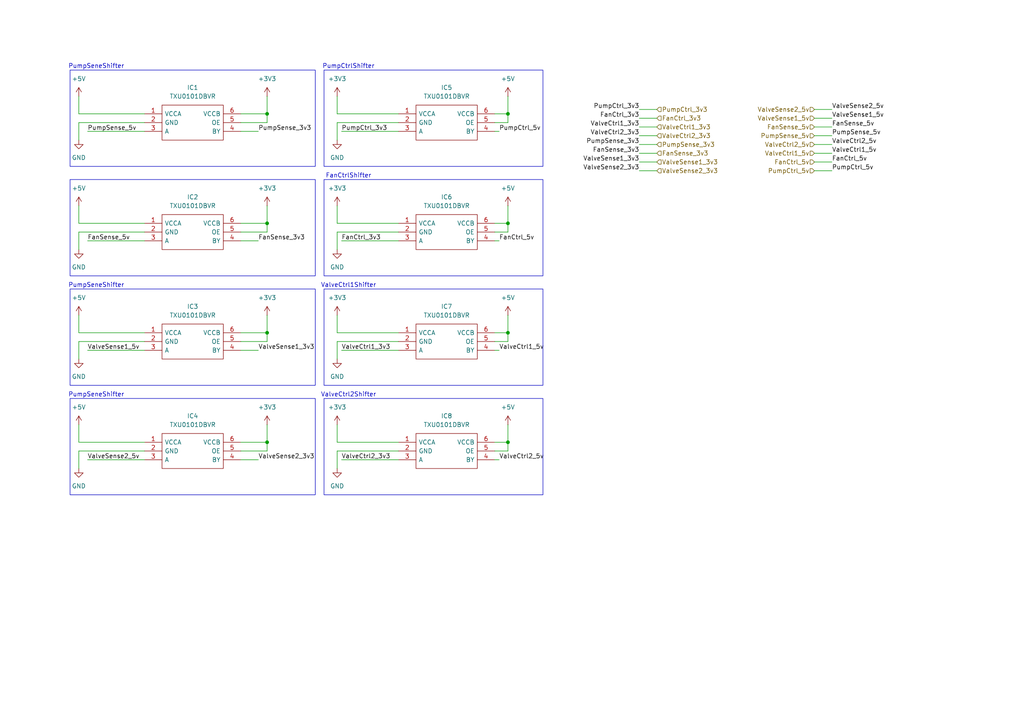
<source format=kicad_sch>
(kicad_sch (version 20231120) (generator "eeschema") (generator_version "8.0")
  (paper "A4")
  (lib_symbols
    (symbol "custom_symbols:TXU0101DBVR" (pin_names (offset 0.762))
      (property "Reference" "IC" (at 24.13 7.62 0))
      (property "Value" "TXU0101DBVR" (at 24.13 5.08 0))
      (symbol "TXU0101DBVR_0_0"
        (pin passive line (at 0 0 0) (length 5.08) (name "VCCA") (number "1"))
        (pin passive line (at 0 -2.54 0) (length 5.08) (name "GND") (number "2"))
        (pin passive line (at 0 -5.08 0) (length 5.08) (name "A") (number "3"))
        (pin passive line (at 27.94 -5.08 180) (length 5.08) (name "BY") (number "4"))
        (pin passive line (at 27.94 -2.54 180) (length 5.08) (name "OE") (number "5"))
        (pin passive line (at 27.94 0 180) (length 5.08) (name "VCCB") (number "6"))
      )
      (symbol "TXU0101DBVR_0_1"
        (polyline (pts (xy 5.08 2.54) (xy 22.86 2.54) (xy 22.86 -7.62) (xy 5.08 -7.62) (xy 5.08 2.54)) (stroke (width 0.1524)))
      )
    )
    (symbol "power:+3V3" (power) (pin_numbers hide) (pin_names (offset 0) hide)
      (property "Value" "+3V3" (at 0 3.556 0))
      (symbol "+3V3_0_1"
        (polyline (pts (xy -0.762 1.27) (xy 0 2.54)))
        (polyline (pts (xy 0 0) (xy 0 2.54)))
        (polyline (pts (xy 0 2.54) (xy 0.762 1.27)))
      )
      (symbol "+3V3_1_1"
        (pin power_in line (at 0 0 90) (length 0) (name "~") (number "1"))
      )
    )
    (symbol "power:+5V" (power) (pin_numbers hide) (pin_names (offset 0) hide)
      (property "Value" "+5V" (at 0 3.556 0))
      (symbol "+5V_0_1"
        (polyline (pts (xy -0.762 1.27) (xy 0 2.54)))
        (polyline (pts (xy 0 0) (xy 0 2.54)))
        (polyline (pts (xy 0 2.54) (xy 0.762 1.27)))
      )
      (symbol "+5V_1_1"
        (pin power_in line (at 0 0 90) (length 0) (name "~") (number "1"))
      )
    )
    (symbol "power:GND" (power) (pin_numbers hide) (pin_names (offset 0) hide)
      (property "Value" "GND" (at 0 -3.81 0))
      (symbol "GND_0_1"
        (polyline (pts (xy 0 0) (xy 0 -1.27) (xy 1.27 -1.27) (xy 0 -2.54) (xy -1.27 -1.27) (xy 0 -1.27)))
      )
      (symbol "GND_1_1"
        (pin power_in line (at 0 0 270) (length 0) (name "~") (number "1"))
      )
    )
  )
  (junction (at 77.47 33.02))
  (junction (at 147.32 128.27))
  (junction (at 77.47 128.27))
  (junction (at 77.47 64.77))
  (junction (at 147.32 33.02))
  (junction (at 77.47 96.52))
  (junction (at 147.32 64.77))
  (junction (at 147.32 96.52))
  (wire (pts (xy 99.06 69.85) (xy 115.57 69.85)))
  (wire (pts (xy 185.42 39.37) (xy 190.5 39.37)))
  (wire (pts (xy 236.22 49.53) (xy 241.3 49.53)))
  (wire (pts (xy 99.06 101.6) (xy 115.57 101.6)))
  (wire (pts (xy 22.86 33.02) (xy 22.86 27.94)))
  (wire (pts (xy 22.86 67.31) (xy 41.91 67.31)))
  (wire (pts (xy 236.22 41.91) (xy 241.3 41.91)))
  (wire (pts (xy 236.22 44.45) (xy 241.3 44.45)))
  (wire (pts (xy 99.06 133.35) (xy 115.57 133.35)))
  (wire (pts (xy 97.79 67.31) (xy 115.57 67.31)))
  (wire (pts (xy 69.85 96.52) (xy 77.47 96.52)))
  (wire (pts (xy 97.79 99.06) (xy 115.57 99.06)))
  (wire (pts (xy 185.42 34.29) (xy 190.5 34.29)))
  (wire (pts (xy 22.86 96.52) (xy 22.86 91.44)))
  (wire (pts (xy 69.85 64.77) (xy 77.47 64.77)))
  (wire (pts (xy 185.42 31.75) (xy 190.5 31.75)))
  (wire (pts (xy 97.79 130.81) (xy 97.79 135.89)))
  (wire (pts (xy 22.86 130.81) (xy 41.91 130.81)))
  (wire (pts (xy 97.79 96.52) (xy 97.79 91.44)))
  (wire (pts (xy 77.47 123.19) (xy 77.47 128.27)))
  (wire (pts (xy 185.42 49.53) (xy 190.5 49.53)))
  (wire (pts (xy 22.86 67.31) (xy 22.86 72.39)))
  (wire (pts (xy 97.79 96.52) (xy 115.57 96.52)))
  (wire (pts (xy 97.79 35.56) (xy 115.57 35.56)))
  (wire (pts (xy 22.86 33.02) (xy 41.91 33.02)))
  (wire (pts (xy 143.51 130.81) (xy 147.32 130.81)))
  (wire (pts (xy 97.79 99.06) (xy 97.79 104.14)))
  (wire (pts (xy 22.86 64.77) (xy 41.91 64.77)))
  (wire (pts (xy 77.47 67.31) (xy 77.47 64.77)))
  (wire (pts (xy 69.85 130.81) (xy 77.47 130.81)))
  (wire (pts (xy 69.85 133.35) (xy 74.93 133.35)))
  (wire (pts (xy 143.51 99.06) (xy 147.32 99.06)))
  (wire (pts (xy 147.32 99.06) (xy 147.32 96.52)))
  (wire (pts (xy 77.47 91.44) (xy 77.47 96.52)))
  (wire (pts (xy 69.85 35.56) (xy 77.47 35.56)))
  (wire (pts (xy 69.85 128.27) (xy 77.47 128.27)))
  (wire (pts (xy 97.79 67.31) (xy 97.79 72.39)))
  (wire (pts (xy 69.85 69.85) (xy 74.93 69.85)))
  (wire (pts (xy 97.79 128.27) (xy 115.57 128.27)))
  (wire (pts (xy 143.51 101.6) (xy 144.78 101.6)))
  (wire (pts (xy 97.79 33.02) (xy 97.79 27.94)))
  (wire (pts (xy 77.47 27.94) (xy 77.47 33.02)))
  (wire (pts (xy 25.4 133.35) (xy 41.91 133.35)))
  (wire (pts (xy 97.79 64.77) (xy 115.57 64.77)))
  (wire (pts (xy 143.51 38.1) (xy 144.78 38.1)))
  (wire (pts (xy 69.85 67.31) (xy 77.47 67.31)))
  (wire (pts (xy 236.22 34.29) (xy 241.3 34.29)))
  (wire (pts (xy 143.51 69.85) (xy 144.78 69.85)))
  (wire (pts (xy 147.32 123.19) (xy 147.32 128.27)))
  (wire (pts (xy 236.22 39.37) (xy 241.3 39.37)))
  (wire (pts (xy 25.4 101.6) (xy 41.91 101.6)))
  (wire (pts (xy 25.4 69.85) (xy 41.91 69.85)))
  (wire (pts (xy 97.79 33.02) (xy 115.57 33.02)))
  (wire (pts (xy 22.86 96.52) (xy 41.91 96.52)))
  (wire (pts (xy 185.42 41.91) (xy 190.5 41.91)))
  (wire (pts (xy 147.32 27.94) (xy 147.32 33.02)))
  (wire (pts (xy 147.32 35.56) (xy 147.32 33.02)))
  (wire (pts (xy 22.86 128.27) (xy 41.91 128.27)))
  (wire (pts (xy 236.22 36.83) (xy 241.3 36.83)))
  (wire (pts (xy 69.85 38.1) (xy 74.93 38.1)))
  (wire (pts (xy 25.4 38.1) (xy 41.91 38.1)))
  (wire (pts (xy 69.85 33.02) (xy 77.47 33.02)))
  (wire (pts (xy 143.51 33.02) (xy 147.32 33.02)))
  (wire (pts (xy 69.85 101.6) (xy 74.93 101.6)))
  (wire (pts (xy 143.51 133.35) (xy 144.78 133.35)))
  (wire (pts (xy 97.79 35.56) (xy 97.79 40.64)))
  (wire (pts (xy 143.51 35.56) (xy 147.32 35.56)))
  (wire (pts (xy 69.85 99.06) (xy 77.47 99.06)))
  (wire (pts (xy 22.86 35.56) (xy 22.86 40.64)))
  (wire (pts (xy 143.51 67.31) (xy 147.32 67.31)))
  (wire (pts (xy 147.32 67.31) (xy 147.32 64.77)))
  (wire (pts (xy 147.32 130.81) (xy 147.32 128.27)))
  (wire (pts (xy 77.47 99.06) (xy 77.47 96.52)))
  (wire (pts (xy 97.79 64.77) (xy 97.79 59.69)))
  (wire (pts (xy 236.22 31.75) (xy 241.3 31.75)))
  (wire (pts (xy 22.86 99.06) (xy 22.86 104.14)))
  (wire (pts (xy 22.86 64.77) (xy 22.86 59.69)))
  (wire (pts (xy 143.51 128.27) (xy 147.32 128.27)))
  (wire (pts (xy 22.86 35.56) (xy 41.91 35.56)))
  (wire (pts (xy 22.86 99.06) (xy 41.91 99.06)))
  (wire (pts (xy 97.79 128.27) (xy 97.79 123.19)))
  (wire (pts (xy 147.32 59.69) (xy 147.32 64.77)))
  (wire (pts (xy 143.51 96.52) (xy 147.32 96.52)))
  (wire (pts (xy 143.51 64.77) (xy 147.32 64.77)))
  (wire (pts (xy 97.79 130.81) (xy 115.57 130.81)))
  (wire (pts (xy 77.47 35.56) (xy 77.47 33.02)))
  (wire (pts (xy 185.42 44.45) (xy 190.5 44.45)))
  (wire (pts (xy 99.06 38.1) (xy 115.57 38.1)))
  (wire (pts (xy 77.47 130.81) (xy 77.47 128.27)))
  (wire (pts (xy 22.86 130.81) (xy 22.86 135.89)))
  (wire (pts (xy 185.42 36.83) (xy 190.5 36.83)))
  (wire (pts (xy 147.32 91.44) (xy 147.32 96.52)))
  (wire (pts (xy 185.42 46.99) (xy 190.5 46.99)))
  (wire (pts (xy 22.86 128.27) (xy 22.86 123.19)))
  (wire (pts (xy 236.22 46.99) (xy 241.3 46.99)))
  (wire (pts (xy 77.47 59.69) (xy 77.47 64.77)))
  (rectangle (start 93.98 20.32) (end 157.48 48.26))
  (rectangle (start 20.32 83.82) (end 91.44 111.76))
  (rectangle (start 93.98 115.57) (end 157.48 143.51))
  (rectangle (start 20.32 52.07) (end 91.44 80.01))
  (rectangle (start 93.98 83.82) (end 157.48 111.76))
  (rectangle (start 20.32 115.57) (end 91.44 143.51))
  (rectangle (start 93.98 52.07) (end 157.48 80.01))
  (rectangle (start 20.32 20.32) (end 91.44 48.26))
  (text "PumpSeneShifter" (at 27.94 82.804 0) (effects (font (size 1.27 1.27))))
  (text "PumpCtrlShifter" (at 101.092 19.304 0) (effects (font (size 1.27 1.27))))
  (text "ValveCtrl2Shifter" (at 101.092 114.554 0) (effects (font (size 1.27 1.27))))
  (text "PumpSeneShifter" (at 27.94 114.554 0) (effects (font (size 1.27 1.27))))
  (text "FanCtrlShifter" (at 101.092 51.054 0) (effects (font (size 1.27 1.27))))
  (text "PumpSeneShifter" (at 27.94 19.304 0) (effects (font (size 1.27 1.27))))
  (text "ValveCtrl1Shifter" (at 101.092 82.804 0) (effects (font (size 1.27 1.27))))
  (label "ValveSense1_5v" (at 25.4 101.6 0))
  (label "ValveSense2_5v" (at 241.3 31.75 0))
  (label "PumpSense_3v3" (at 74.93 38.1 0))
  (label "ValveCtrl2_5v" (at 144.78 133.35 0))
  (label "ValveCtrl1_3v3" (at 185.42 36.83 180))
  (label "PumpSense_3v3" (at 185.42 41.91 180))
  (label "PumpSense_5v" (at 241.3 39.37 0))
  (label "FanSense_5v" (at 25.4 69.85 0))
  (label "FanCtrl_3v3" (at 185.42 34.29 180))
  (label "ValveCtrl2_3v3" (at 99.06 133.35 0))
  (label "ValveCtrl1_3v3" (at 99.06 101.6 0))
  (label "ValveSense2_3v3" (at 74.93 133.35 0))
  (label "FanCtrl_5v" (at 241.3 46.99 0))
  (label "PumpCtrl_5v" (at 241.3 49.53 0))
  (label "FanCtrl_3v3" (at 99.06 69.85 0))
  (label "FanSense_3v3" (at 74.93 69.85 0))
  (label "ValveSense1_5v" (at 241.3 34.29 0))
  (label "PumpCtrl_3v3" (at 99.06 38.1 0))
  (label "ValveCtrl2_5v" (at 241.3 41.91 0))
  (label "ValveCtrl2_3v3" (at 185.42 39.37 180))
  (label "ValveCtrl1_5v" (at 241.3 44.45 0))
  (label "FanSense_5v" (at 241.3 36.83 0))
  (label "ValveCtrl1_5v" (at 144.78 101.6 0))
  (label "ValveSense2_5v" (at 25.4 133.35 0))
  (label "ValveSense1_3v3" (at 74.93 101.6 0))
  (label "PumpCtrl_5v" (at 144.78 38.1 0))
  (label "PumpSense_5v" (at 25.4 38.1 0))
  (label "FanCtrl_5v" (at 144.78 69.85 0))
  (label "FanSense_3v3" (at 185.42 44.45 180))
  (label "ValveSense2_3v3" (at 185.42 49.53 180))
  (label "ValveSense1_3v3" (at 185.42 46.99 180))
  (label "PumpCtrl_3v3" (at 185.42 31.75 180))
  (hierarchical_label "ValveCtrl2_3v3" (shape input) (at 190.5 39.37 0))
  (hierarchical_label "ValveCtrl1_5v" (shape input) (at 236.22 44.45 180))
  (hierarchical_label "ValveCtrl2_5v" (shape input) (at 236.22 41.91 180))
  (hierarchical_label "PumpSense_5v" (shape input) (at 236.22 39.37 180))
  (hierarchical_label "FanCtrl_5v" (shape input) (at 236.22 46.99 180))
  (hierarchical_label "FanSense_5v" (shape input) (at 236.22 36.83 180))
  (hierarchical_label "ValveSense2_5v" (shape input) (at 236.22 31.75 180))
  (hierarchical_label "PumpCtrl_5v" (shape input) (at 236.22 49.53 180))
  (hierarchical_label "ValveSense1_5v" (shape input) (at 236.22 34.29 180))
  (hierarchical_label "ValveSense1_3v3" (shape input) (at 190.5 46.99 0))
  (hierarchical_label "FanSense_3v3" (shape input) (at 190.5 44.45 0))
  (hierarchical_label "FanCtrl_3v3" (shape input) (at 190.5 34.29 0))
  (hierarchical_label "ValveCtrl1_3v3" (shape input) (at 190.5 36.83 0))
  (hierarchical_label "PumpSense_3v3" (shape input) (at 190.5 41.91 0))
  (hierarchical_label "ValveSense2_3v3" (shape input) (at 190.5 49.53 0))
  (hierarchical_label "PumpCtrl_3v3" (shape input) (at 190.5 31.75 0))
  (symbol (lib_id "power:GND") (at 97.79 104.14 0) (unit 1)
    (property "Reference" "#PWR024" (effects (hide yes)))
    (property "Value" "GND" (at 97.79 109.22 0))
    (property "Description" "Power symbol creates a global label with name \"GND\" , ground" (effects (hide yes)))
  )
  (symbol (lib_id "power:GND") (at 22.86 104.14 0) (unit 1)
    (property "Reference" "#PWR012" (effects (hide yes)))
    (property "Value" "GND" (at 22.86 109.22 0))
    (property "Description" "Power symbol creates a global label with name \"GND\" , ground" (effects (hide yes)))
  )
  (symbol (lib_id "power:GND") (at 97.79 72.39 0) (unit 1)
    (property "Reference" "#PWR022" (effects (hide yes)))
    (property "Value" "GND" (at 97.79 77.47 0))
    (property "Description" "Power symbol creates a global label with name \"GND\" , ground" (effects (hide yes)))
  )
  (symbol (lib_id "power:GND") (at 97.79 135.89 0) (unit 1)
    (property "Reference" "#PWR026" (effects (hide yes)))
    (property "Value" "GND" (at 97.79 140.97 0))
    (property "Description" "Power symbol creates a global label with name \"GND\" , ground" (effects (hide yes)))
  )
  (symbol (lib_id "power:+5V") (at 147.32 123.19 0) (unit 1)
    (property "Reference" "#PWR030" (effects (hide yes)))
    (property "Value" "+5V" (at 147.32 118.11 0))
    (property "Description" "Power symbol creates a global label with name \"+5V\"" (effects (hide yes)))
  )
  (symbol (lib_id "custom_symbols:TXU0101DBVR") (at 115.57 64.77 0) (unit 1)
    (property "Reference" "IC6" (at 129.54 57.15 0))
    (property "Value" "TXU0101DBVR" (at 129.54 59.69 0))
    (property "Footprint" "custom_footprints:TXU0101DBVR" (effects (hide yes)))
    (property "Datasheet" "https://www.ti.com/lit/ds/symlink/txu0101.pdf?ts=1669130963626&ref_url=https%253A%252F%252Fwww.ti.com%252Fproduct%252FTXU0101" (effects (hide yes)))
    (property "Description" "Translation - Voltage Levels Single channel fixed-direction level shifter" (effects (hide yes)))
    (property "Height" "1.45" (effects (hide yes)))
    (property "Mouser Part Number" "595-TXU0101DBVR" (effects (hide yes)))
    (property "Mouser Price/Stock" "https://www.mouser.co.uk/ProductDetail/Texas-Instruments/TXU0101DBVR?qs=IPgv5n7u5QaPPuDmRaldJw%3D%3D" (effects (hide yes)))
    (property "Manufacturer_Name" "Texas Instruments" (effects (hide yes)))
    (property "Manufacturer_Part_Number" "TXU0101DBVR" (effects (hide yes)))
  )
  (symbol (lib_id "power:GND") (at 22.86 72.39 0) (unit 1)
    (property "Reference" "#PWR010" (effects (hide yes)))
    (property "Value" "GND" (at 22.86 77.47 0))
    (property "Description" "Power symbol creates a global label with name \"GND\" , ground" (effects (hide yes)))
  )
  (symbol (lib_id "power:+5V") (at 22.86 59.69 0) (unit 1)
    (property "Reference" "#PWR09" (effects (hide yes)))
    (property "Value" "+5V" (at 22.86 54.61 0))
    (property "Description" "Power symbol creates a global label with name \"+5V\"" (effects (hide yes)))
  )
  (symbol (lib_id "power:+3V3") (at 77.47 123.19 0) (unit 1)
    (property "Reference" "#PWR018" (effects (hide yes)))
    (property "Value" "+3V3" (at 77.47 118.11 0))
    (property "Description" "Power symbol creates a global label with name \"+3V3\"" (effects (hide yes)))
  )
  (symbol (lib_id "power:+3V3") (at 97.79 123.19 0) (unit 1)
    (property "Reference" "#PWR025" (effects (hide yes)))
    (property "Value" "+3V3" (at 97.79 118.11 0))
    (property "Description" "Power symbol creates a global label with name \"+3V3\"" (effects (hide yes)))
  )
  (symbol (lib_id "power:+5V") (at 147.32 91.44 0) (unit 1)
    (property "Reference" "#PWR029" (effects (hide yes)))
    (property "Value" "+5V" (at 147.32 86.36 0))
    (property "Description" "Power symbol creates a global label with name \"+5V\"" (effects (hide yes)))
  )
  (symbol (lib_id "power:GND") (at 22.86 40.64 0) (unit 1)
    (property "Reference" "#PWR08" (effects (hide yes)))
    (property "Value" "GND" (at 22.86 45.72 0))
    (property "Description" "Power symbol creates a global label with name \"GND\" , ground" (effects (hide yes)))
  )
  (symbol (lib_id "power:GND") (at 22.86 135.89 0) (unit 1)
    (property "Reference" "#PWR014" (effects (hide yes)))
    (property "Value" "GND" (at 22.86 140.97 0))
    (property "Description" "Power symbol creates a global label with name \"GND\" , ground" (effects (hide yes)))
  )
  (symbol (lib_id "custom_symbols:TXU0101DBVR") (at 115.57 33.02 0) (unit 1)
    (property "Reference" "IC5" (at 129.54 25.4 0))
    (property "Value" "TXU0101DBVR" (at 129.54 27.94 0))
    (property "Footprint" "custom_footprints:TXU0101DBVR" (effects (hide yes)))
    (property "Datasheet" "https://www.ti.com/lit/ds/symlink/txu0101.pdf?ts=1669130963626&ref_url=https%253A%252F%252Fwww.ti.com%252Fproduct%252FTXU0101" (effects (hide yes)))
    (property "Description" "Translation - Voltage Levels Single channel fixed-direction level shifter" (effects (hide yes)))
    (property "Height" "1.45" (effects (hide yes)))
    (property "Mouser Part Number" "595-TXU0101DBVR" (effects (hide yes)))
    (property "Mouser Price/Stock" "https://www.mouser.co.uk/ProductDetail/Texas-Instruments/TXU0101DBVR?qs=IPgv5n7u5QaPPuDmRaldJw%3D%3D" (effects (hide yes)))
    (property "Manufacturer_Name" "Texas Instruments" (effects (hide yes)))
    (property "Manufacturer_Part_Number" "TXU0101DBVR" (effects (hide yes)))
  )
  (symbol (lib_id "power:GND") (at 97.79 40.64 0) (unit 1)
    (property "Reference" "#PWR020" (effects (hide yes)))
    (property "Value" "GND" (at 97.79 45.72 0))
    (property "Description" "Power symbol creates a global label with name \"GND\" , ground" (effects (hide yes)))
  )
  (symbol (lib_id "power:+5V") (at 147.32 59.69 0) (unit 1)
    (property "Reference" "#PWR028" (effects (hide yes)))
    (property "Value" "+5V" (at 147.32 54.61 0))
    (property "Description" "Power symbol creates a global label with name \"+5V\"" (effects (hide yes)))
  )
  (symbol (lib_id "power:+3V3") (at 77.47 59.69 0) (unit 1)
    (property "Reference" "#PWR016" (effects (hide yes)))
    (property "Value" "+3V3" (at 77.47 54.61 0))
    (property "Description" "Power symbol creates a global label with name \"+3V3\"" (effects (hide yes)))
  )
  (symbol (lib_id "custom_symbols:TXU0101DBVR") (at 115.57 96.52 0) (unit 1)
    (property "Reference" "IC7" (at 129.54 88.9 0))
    (property "Value" "TXU0101DBVR" (at 129.54 91.44 0))
    (property "Footprint" "custom_footprints:TXU0101DBVR" (effects (hide yes)))
    (property "Datasheet" "https://www.ti.com/lit/ds/symlink/txu0101.pdf?ts=1669130963626&ref_url=https%253A%252F%252Fwww.ti.com%252Fproduct%252FTXU0101" (effects (hide yes)))
    (property "Description" "Translation - Voltage Levels Single channel fixed-direction level shifter" (effects (hide yes)))
    (property "Height" "1.45" (effects (hide yes)))
    (property "Mouser Part Number" "595-TXU0101DBVR" (effects (hide yes)))
    (property "Mouser Price/Stock" "https://www.mouser.co.uk/ProductDetail/Texas-Instruments/TXU0101DBVR?qs=IPgv5n7u5QaPPuDmRaldJw%3D%3D" (effects (hide yes)))
    (property "Manufacturer_Name" "Texas Instruments" (effects (hide yes)))
    (property "Manufacturer_Part_Number" "TXU0101DBVR" (effects (hide yes)))
  )
  (symbol (lib_id "power:+3V3") (at 97.79 27.94 0) (unit 1)
    (property "Reference" "#PWR019" (effects (hide yes)))
    (property "Value" "+3V3" (at 97.79 22.86 0))
    (property "Description" "Power symbol creates a global label with name \"+3V3\"" (effects (hide yes)))
  )
  (symbol (lib_id "power:+3V3") (at 97.79 91.44 0) (unit 1)
    (property "Reference" "#PWR023" (effects (hide yes)))
    (property "Value" "+3V3" (at 97.79 86.36 0))
    (property "Description" "Power symbol creates a global label with name \"+3V3\"" (effects (hide yes)))
  )
  (symbol (lib_id "custom_symbols:TXU0101DBVR") (at 41.91 128.27 0) (unit 1)
    (property "Reference" "IC4" (at 55.88 120.65 0))
    (property "Value" "TXU0101DBVR" (at 55.88 123.19 0))
    (property "Footprint" "custom_footprints:TXU0101DBVR" (effects (hide yes)))
    (property "Datasheet" "https://www.ti.com/lit/ds/symlink/txu0101.pdf?ts=1669130963626&ref_url=https%253A%252F%252Fwww.ti.com%252Fproduct%252FTXU0101" (effects (hide yes)))
    (property "Description" "Translation - Voltage Levels Single channel fixed-direction level shifter" (effects (hide yes)))
    (property "Height" "1.45" (effects (hide yes)))
    (property "Mouser Part Number" "595-TXU0101DBVR" (effects (hide yes)))
    (property "Mouser Price/Stock" "https://www.mouser.co.uk/ProductDetail/Texas-Instruments/TXU0101DBVR?qs=IPgv5n7u5QaPPuDmRaldJw%3D%3D" (effects (hide yes)))
    (property "Manufacturer_Name" "Texas Instruments" (effects (hide yes)))
    (property "Manufacturer_Part_Number" "TXU0101DBVR" (effects (hide yes)))
  )
  (symbol (lib_id "custom_symbols:TXU0101DBVR") (at 41.91 96.52 0) (unit 1)
    (property "Reference" "IC3" (at 55.88 88.9 0))
    (property "Value" "TXU0101DBVR" (at 55.88 91.44 0))
    (property "Footprint" "custom_footprints:TXU0101DBVR" (effects (hide yes)))
    (property "Datasheet" "https://www.ti.com/lit/ds/symlink/txu0101.pdf?ts=1669130963626&ref_url=https%253A%252F%252Fwww.ti.com%252Fproduct%252FTXU0101" (effects (hide yes)))
    (property "Description" "Translation - Voltage Levels Single channel fixed-direction level shifter" (effects (hide yes)))
    (property "Height" "1.45" (effects (hide yes)))
    (property "Mouser Part Number" "595-TXU0101DBVR" (effects (hide yes)))
    (property "Mouser Price/Stock" "https://www.mouser.co.uk/ProductDetail/Texas-Instruments/TXU0101DBVR?qs=IPgv5n7u5QaPPuDmRaldJw%3D%3D" (effects (hide yes)))
    (property "Manufacturer_Name" "Texas Instruments" (effects (hide yes)))
    (property "Manufacturer_Part_Number" "TXU0101DBVR" (effects (hide yes)))
  )
  (symbol (lib_id "power:+3V3") (at 77.47 91.44 0) (unit 1)
    (property "Reference" "#PWR017" (effects (hide yes)))
    (property "Value" "+3V3" (at 77.47 86.36 0))
    (property "Description" "Power symbol creates a global label with name \"+3V3\"" (effects (hide yes)))
  )
  (symbol (lib_id "power:+5V") (at 22.86 123.19 0) (unit 1)
    (property "Reference" "#PWR013" (effects (hide yes)))
    (property "Value" "+5V" (at 22.86 118.11 0))
    (property "Description" "Power symbol creates a global label with name \"+5V\"" (effects (hide yes)))
  )
  (symbol (lib_id "power:+5V") (at 22.86 91.44 0) (unit 1)
    (property "Reference" "#PWR011" (effects (hide yes)))
    (property "Value" "+5V" (at 22.86 86.36 0))
    (property "Description" "Power symbol creates a global label with name \"+5V\"" (effects (hide yes)))
  )
  (symbol (lib_id "custom_symbols:TXU0101DBVR") (at 41.91 64.77 0) (unit 1)
    (property "Reference" "IC2" (at 55.88 57.15 0))
    (property "Value" "TXU0101DBVR" (at 55.88 59.69 0))
    (property "Footprint" "custom_footprints:TXU0101DBVR" (effects (hide yes)))
    (property "Datasheet" "https://www.ti.com/lit/ds/symlink/txu0101.pdf?ts=1669130963626&ref_url=https%253A%252F%252Fwww.ti.com%252Fproduct%252FTXU0101" (effects (hide yes)))
    (property "Description" "Translation - Voltage Levels Single channel fixed-direction level shifter" (effects (hide yes)))
    (property "Height" "1.45" (effects (hide yes)))
    (property "Mouser Part Number" "595-TXU0101DBVR" (effects (hide yes)))
    (property "Mouser Price/Stock" "https://www.mouser.co.uk/ProductDetail/Texas-Instruments/TXU0101DBVR?qs=IPgv5n7u5QaPPuDmRaldJw%3D%3D" (effects (hide yes)))
    (property "Manufacturer_Name" "Texas Instruments" (effects (hide yes)))
    (property "Manufacturer_Part_Number" "TXU0101DBVR" (effects (hide yes)))
  )
  (symbol (lib_id "custom_symbols:TXU0101DBVR") (at 115.57 128.27 0) (unit 1)
    (property "Reference" "IC8" (at 129.54 120.65 0))
    (property "Value" "TXU0101DBVR" (at 129.54 123.19 0))
    (property "Footprint" "custom_footprints:TXU0101DBVR" (effects (hide yes)))
    (property "Datasheet" "https://www.ti.com/lit/ds/symlink/txu0101.pdf?ts=1669130963626&ref_url=https%253A%252F%252Fwww.ti.com%252Fproduct%252FTXU0101" (effects (hide yes)))
    (property "Description" "Translation - Voltage Levels Single channel fixed-direction level shifter" (effects (hide yes)))
    (property "Height" "1.45" (effects (hide yes)))
    (property "Mouser Part Number" "595-TXU0101DBVR" (effects (hide yes)))
    (property "Mouser Price/Stock" "https://www.mouser.co.uk/ProductDetail/Texas-Instruments/TXU0101DBVR?qs=IPgv5n7u5QaPPuDmRaldJw%3D%3D" (effects (hide yes)))
    (property "Manufacturer_Name" "Texas Instruments" (effects (hide yes)))
    (property "Manufacturer_Part_Number" "TXU0101DBVR" (effects (hide yes)))
  )
  (symbol (lib_id "power:+3V3") (at 97.79 59.69 0) (unit 1)
    (property "Reference" "#PWR021" (effects (hide yes)))
    (property "Value" "+3V3" (at 97.79 54.61 0))
    (property "Description" "Power symbol creates a global label with name \"+3V3\"" (effects (hide yes)))
  )
  (symbol (lib_id "custom_symbols:TXU0101DBVR") (at 41.91 33.02 0) (unit 1)
    (property "Reference" "IC1" (at 55.88 25.4 0))
    (property "Value" "TXU0101DBVR" (at 55.88 27.94 0))
    (property "Footprint" "custom_footprints:TXU0101DBVR" (effects (hide yes)))
    (property "Datasheet" "https://www.ti.com/lit/ds/symlink/txu0101.pdf?ts=1669130963626&ref_url=https%253A%252F%252Fwww.ti.com%252Fproduct%252FTXU0101" (effects (hide yes)))
    (property "Description" "Translation - Voltage Levels Single channel fixed-direction level shifter" (effects (hide yes)))
    (property "Height" "1.45" (effects (hide yes)))
    (property "Mouser Part Number" "595-TXU0101DBVR" (effects (hide yes)))
    (property "Mouser Price/Stock" "https://www.mouser.co.uk/ProductDetail/Texas-Instruments/TXU0101DBVR?qs=IPgv5n7u5QaPPuDmRaldJw%3D%3D" (effects (hide yes)))
    (property "Manufacturer_Name" "Texas Instruments" (effects (hide yes)))
    (property "Manufacturer_Part_Number" "TXU0101DBVR" (effects (hide yes)))
  )
  (symbol (lib_id "power:+3V3") (at 77.47 27.94 0) (unit 1)
    (property "Reference" "#PWR015" (effects (hide yes)))
    (property "Value" "+3V3" (at 77.47 22.86 0))
    (property "Description" "Power symbol creates a global label with name \"+3V3\"" (effects (hide yes)))
  )
  (symbol (lib_id "power:+5V") (at 22.86 27.94 0) (unit 1)
    (property "Reference" "#PWR04" (effects (hide yes)))
    (property "Value" "+5V" (at 22.86 22.86 0))
    (property "Description" "Power symbol creates a global label with name \"+5V\"" (effects (hide yes)))
  )
  (symbol (lib_id "power:+5V") (at 147.32 27.94 0) (unit 1)
    (property "Reference" "#PWR027" (effects (hide yes)))
    (property "Value" "+5V" (at 147.32 22.86 0))
    (property "Description" "Power symbol creates a global label with name \"+5V\"" (effects (hide yes)))
  )
)
</source>
